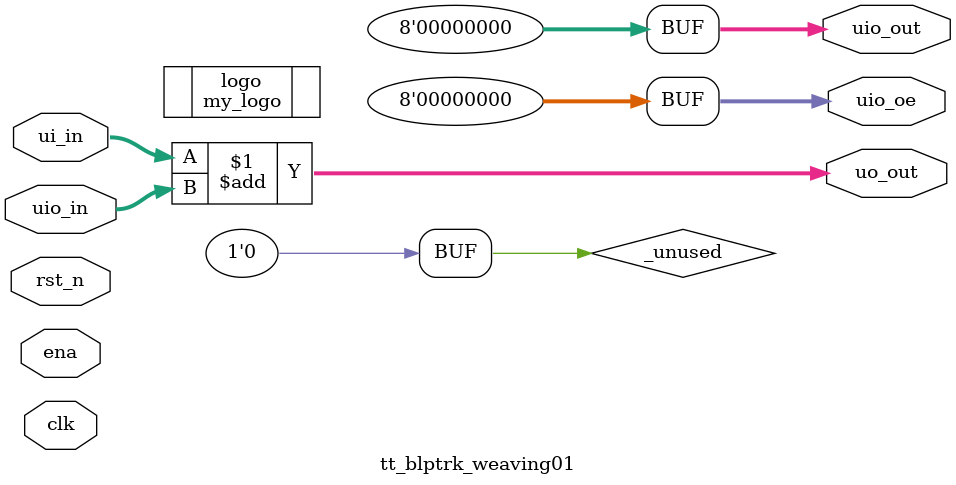
<source format=v>
/*
 * Copyright (c) 2024 Your Name
 * SPDX-License-Identifier: Apache-2.0
 */

`default_nettype none

(* blackbox *) (* keep *)
module my_logo ();
endmodule

module tt_blptrk_weaving01 (
    input  wire [7:0] ui_in,    // Dedicated inputs
    output wire [7:0] uo_out,   // Dedicated outputs
    input  wire [7:0] uio_in,   // IOs: Input path
    output wire [7:0] uio_out,  // IOs: Output path
    output wire [7:0] uio_oe,   // IOs: Enable path (active high: 0=input, 1=output)
    input  wire       ena,      // always 1 when the design is powered, so you can ignore it
    input  wire       clk,      // clock
    input  wire       rst_n     // reset_n - low to reset
);

  (* keep *)
  my_logo logo();

  // All output pins must be assigned. If not used, assign to 0.
  assign uo_out  = ui_in + uio_in;  // Example: ou_out is the sum of ui_in and uio_in
  assign uio_out = 0;
  assign uio_oe  = 0;

  // List all unused inputs to prevent warnings
  wire _unused = &{ena, clk, rst_n, 1'b0};

endmodule

</source>
